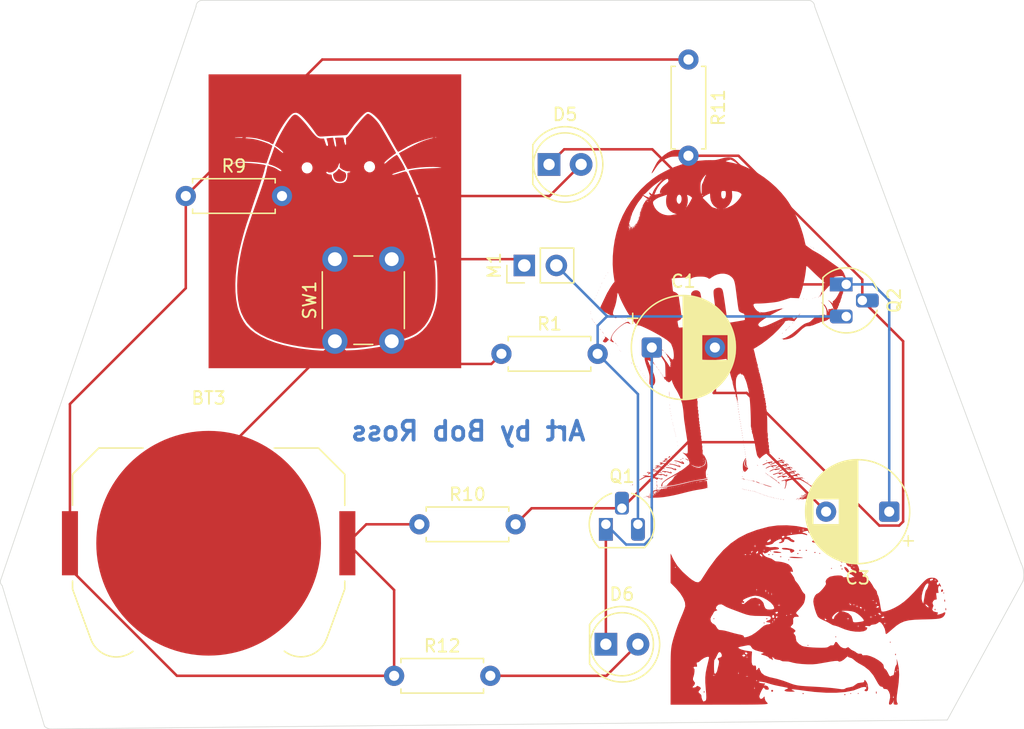
<source format=kicad_pcb>
(kicad_pcb (version 20241229) (generator "pcbnew") (generator_version "9.0")
  (layers (0 "F.Cu" signal) (2 "B.Cu" signal) (13 "F.Paste" user) (15 "B.Paste" user) (5 "F.SilkS" user "F.Silkscreen") (7 "B.SilkS" user "B.Silkscreen") (1 "F.Mask" user) (3 "B.Mask" user) (25 "Edge.Cuts" user))
  (net 0 "")
  (net 1 "Net-(BT3-+)")
  (net 2 "Net-(BT3--)")
  (net 3 "Net-(Q1-B)")
  (net 4 "Net-(D5-K)")
  (net 5 "Net-(Q2-B)")
  (net 6 "Net-(D6-K)")
  (net 7 "Net-(D5-A)")
  (net 8 "Net-(D6-A)")
  (net 9 "Net-(M1--)")
  (net 10 "Net-(M1-+)")
  (footprint "Capacitor_THT:CP_Radial_D8.0mm_P5.00mm" (layer "F.Cu") (at 145.597349 60.5)
    (property "Reference" "C1")
    (property "Value" "C")
  )
  (footprint "LED_THT:LED_D5.0mm" (layer "F.Cu") (at 137.46 46)
    (property "Reference" "D5")
    (property "Value" "LED")
  )
  (footprint "Battery:BatteryHolder_Keystone_3034_1x20mm" (layer "F.Cu") (at 110.5 76)
    (property "Reference" "BT3")
    (property "Value" "Battery_Cell")
  )
  (footprint "Resistor_THT:R_Axial_DIN0207_L6.3mm_D2.5mm_P7.62mm_Horizontal" (layer "F.Cu") (at 133.69 61)
    (property "Reference" "R1")
    (property "Value" "R")
  )
  (footprint "Package_TO_SOT_THT:TO-92L_HandSolder" (layer "F.Cu") (at 161 55.5 -90)
    (property "Reference" "Q2")
    (property "Value" "NPN")
  )
  (footprint "Package_TO_SOT_THT:TO-92L_HandSolder" (layer "F.Cu") (at 141.96 74.5)
    (property "Reference" "Q1")
    (property "Value" "NPN")
  )
  (footprint "Resistor_THT:R_Axial_DIN0207_L6.3mm_D2.5mm_P7.62mm_Horizontal" (layer "F.Cu") (at 125.19 86.5)
    (property "Reference" "R12")
    (property "Value" "R")
  )
  (footprint "LOGO" (layer "F.Cu") (at 120.5 50.5)
    (property "Reference" "G***" (hide yes))
    (property "Value" "LOGO" (hide yes))
  )
  (footprint "Resistor_THT:R_Axial_DIN0207_L6.3mm_D2.5mm_P7.62mm_Horizontal" (layer "F.Cu") (at 148.5 37.69 -90)
    (property "Reference" "R11")
    (property "Value" "R")
  )
  (footprint "LOGO" (layer "F.Cu") (at 158.643369 81)
    (property "Reference" "G***" (hide yes))
    (property "Value" "LOGO" (hide yes))
  )
  (footprint "Resistor_THT:R_Axial_DIN0207_L6.3mm_D2.5mm_P7.62mm_Horizontal" (layer "F.Cu") (at 108.69 48.5)
    (property "Reference" "R9")
    (property "Value" "R")
  )
  (footprint "Resistor_THT:R_Axial_DIN0207_L6.3mm_D2.5mm_P7.62mm_Horizontal" (layer "F.Cu") (at 127.19 74.5)
    (property "Reference" "R10")
    (property "Value" "R")
  )
  (footprint "Connector_PinHeader_2.54mm:PinHeader_1x02_P2.54mm_Vertical" (layer "F.Cu") (at 135.5 54 90)
    (property "Reference" "M1")
    (property "Value" "Motor_DC")
  )
  (footprint "LED_THT:LED_D5.0mm" (layer "F.Cu") (at 141.96 84)
    (property "Reference" "D6")
    (property "Value" "LED")
  )
  (footprint "Capacitor_THT:CP_Radial_D8.0mm_P5.00mm" (layer "F.Cu") (at 164.402651 73.5 180)
    (property "Reference" "C3")
    (property "Value" "C")
  )
  (footprint "LOGO" (layer "F.Cu") (at 153.5 57)
    (property "Reference" "G***" (hide yes))
    (property "Value" "LOGO" (hide yes))
  )
  (footprint "Button_Switch_THT:SW_PUSH_6mm" (layer "F.Cu") (at 120.5 60 90)
    (property "Reference" "SW1")
    (property "Value" "SW_Push")
  )
  (gr_line (start 158 33) (end 110 33) (stroke (width 0.05)) (layer "Edge.Cuts"))
  (gr_arc (start 109.5 33.5) (mid 109.646447 33.146447) (end 110 33) (stroke (width 0.05)) (layer "Edge.Cuts"))
  (gr_arc (start 174.843909 77.578045) (mid 175.049243 78.27505) (end 175 79) (stroke (width 0.05)) (layer "Edge.Cuts"))
  (gr_arc (start 158 33) (mid 158.353553 33.146447) (end 158.5 33.5) (stroke (width 0.05)) (layer "Edge.Cuts"))
  (gr_line (start 169 90) (end 175 79) (stroke (width 0.05)) (layer "Edge.Cuts"))
  (gr_line (start 109.5 33.5) (end 94 79) (stroke (width 0.05)) (layer "Edge.Cuts"))
  (gr_line (start 174.843908 77.578045) (end 158.5 33.5) (stroke (width 0.05)) (layer "Edge.Cuts"))
  (gr_line (start 98 90.707107) (end 169 90) (stroke (width 0.05)) (layer "Edge.Cuts"))
  (gr_arc (start 94.146447 79.353553) (mid 94.038061 79.191342) (end 94 79) (stroke (width 0.05)) (layer "Edge.Cuts"))
  (gr_arc (start 98 90.707107) (mid 97.729402 90.653282) (end 97.5 90.5) (stroke (width 0.05)) (layer "Edge.Cuts"))
  (gr_line (start 94.146447 79.353552) (end 97.5 90.5) (stroke (width 0.05)) (layer "Edge.Cuts"))
  (gr_text "Art by Bob Ross" (at 140.5 68 0) (layer "B.Cu") (effects (font (size 1.5 1.5) (thickness 0.3) (bold yes)) (justify left bottom mirror)))
  (segment (start 107.987821 86.5) (end 125.19 86.5) (width 0.2) (layer "F.Cu") (net 1))
  (segment (start 108.69 55.798789) (end 108.69 48.5) (width 0.2) (layer "F.Cu") (net 1))
  (segment (start 122.985 74.5) (end 121.485 76) (width 0.2) (layer "F.Cu") (net 1))
  (segment (start 127.19 74.5) (end 122.985 74.5) (width 0.2) (layer "F.Cu") (net 1))
  (segment (start 125.19 86.5) (end 125.19 79.705) (width 0.2) (layer "F.Cu") (net 1))
  (segment (start 119.5 37.69) (end 148.5 37.69) (width 0.2) (layer "F.Cu") (net 1))
  (segment (start 108.69 48.5) (end 119.5 37.69) (width 0.2) (layer "F.Cu") (net 1))
  (segment (start 99.515 76) (end 99.515 64.973789) (width 0.2) (layer "F.Cu") (net 1))
  (segment (start 99.515 76) (end 99.515 78.027179) (width 0.2) (layer "F.Cu") (net 1))
  (segment (start 125.19 79.705) (end 121.485 76) (width 0.2) (layer "F.Cu") (net 1))
  (segment (start 99.515 64.973789) (end 108.69 55.798789) (width 0.2) (layer "F.Cu") (net 1))
  (segment (start 99.515 78.027179) (end 107.987821 86.5) (width 0.2) (layer "F.Cu") (net 1))
  (segment (start 120.5 60) (end 120.5 53.5) (width 0.2) (layer "F.Cu") (net 2))
  (segment (start 132.890001 61.799999) (end 122.299999 61.799999) (width 0.2) (layer "F.Cu") (net 2))
  (segment (start 133.69 61) (end 132.890001 61.799999) (width 0.2) (layer "F.Cu") (net 2))
  (segment (start 110.5 76) (end 110.5 70) (width 0.2) (layer "F.Cu") (net 2))
  (segment (start 122.299999 61.799999) (end 120.5 60) (width 0.2) (layer "F.Cu") (net 2))
  (segment (start 110.5 70) (end 120.5 60) (width 0.2) (layer "F.Cu") (net 2))
  (segment (start 159.402651 73.5) (end 153.899 67.996349) (width 0.2) (layer "F.Cu") (net 3))
  (segment (start 148.463651 67.996349) (end 143.23 73.23) (width 0.2) (layer "F.Cu") (net 3))
  (segment (start 136.08 73.23) (end 143.23 73.23) (width 0.2) (layer "F.Cu") (net 3))
  (segment (start 153.899 67.996349) (end 148.463651 67.996349) (width 0.2) (layer "F.Cu") (net 3))
  (segment (start 134.81 74.5) (end 136.08 73.23) (width 0.2) (layer "F.Cu") (net 3))
  (segment (start 137.46 46) (end 138.661 44.799) (width 0.2) (layer "F.Cu") (net 4))
  (segment (start 138.661 44.799) (end 145.636794 44.799) (width 0.2) (layer "F.Cu") (net 4))
  (segment (start 156.337794 55.5) (end 161 55.5) (width 0.2) (layer "F.Cu") (net 4))
  (segment (start 145.636794 44.799) (end 156.337794 55.5) (width 0.2) (layer "F.Cu") (net 4))
  (segment (start 163.122206 55.5) (end 161 55.5) (width 0.2) (layer "B.Cu") (net 4))
  (segment (start 164.402651 73.5) (end 164.402651 56.780445) (width 0.2) (layer "B.Cu") (net 4))
  (segment (start 164.402651 56.780445) (end 163.122206 55.5) (width 0.2) (layer "B.Cu") (net 4))
  (segment (start 163.617491 74.601) (end 165.187811 74.601) (width 0.2) (layer "F.Cu") (net 5))
  (segment (start 165.503651 74.28516) (end 165.503651 60.003651) (width 0.2) (layer "F.Cu") (net 5))
  (segment (start 148.5 45.31) (end 152.462 45.31) (width 0.2) (layer "F.Cu") (net 5))
  (segment (start 150.5 64.097349) (end 153.11384 64.097349) (width 0.2) (layer "F.Cu") (net 5))
  (segment (start 153.11384 64.097349) (end 163.617491 74.601) (width 0.2) (layer "F.Cu") (net 5))
  (segment (start 165.503651 60.003651) (end 162.27 56.77) (width 0.2) (layer "F.Cu") (net 5))
  (segment (start 165.187811 74.601) (end 165.503651 74.28516) (width 0.2) (layer "F.Cu") (net 5))
  (segment (start 150.597349 60.5) (end 150.597349 64) (width 0.2) (layer "F.Cu") (net 5))
  (segment (start 162.27 55.118) (end 162.27 56.77) (width 0.2) (layer "F.Cu") (net 5))
  (segment (start 152.462 45.31) (end 162.27 55.118) (width 0.2) (layer "F.Cu") (net 5))
  (segment (start 150.597349 64) (end 150.5 64.097349) (width 0.2) (layer "F.Cu") (net 5))
  (segment (start 141.96 84) (end 141.96 74.5) (width 0.2) (layer "F.Cu") (net 6))
  (segment (start 145.021206 76.101) (end 143.561 76.101) (width 0.2) (layer "B.Cu") (net 6))
  (segment (start 145.597349 60.5) (end 145.597349 75.524857) (width 0.2) (layer "B.Cu") (net 6))
  (segment (start 145.597349 75.524857) (end 145.021206 76.101) (width 0.2) (layer "B.Cu") (net 6))
  (segment (start 143.561 76.101) (end 141.96 74.5) (width 0.2) (layer "B.Cu") (net 6))
  (segment (start 137.5 48.5) (end 140 46) (width 0.2) (layer "F.Cu") (net 7))
  (segment (start 116.31 48.5) (end 137.5 48.5) (width 0.2) (layer "F.Cu") (net 7))
  (segment (start 142 86.5) (end 144.5 84) (width 0.2) (layer "F.Cu") (net 8))
  (segment (start 132.81 86.5) (end 142 86.5) (width 0.2) (layer "F.Cu") (net 8))
  (segment (start 138.04 54) (end 142.04 58) (width 0.2) (layer "B.Cu") (net 9))
  (segment (start 161 58.04) (end 142.04 58.04) (width 0.2) (layer "B.Cu") (net 9))
  (segment (start 141.31 61) (end 144.5 64.19) (width 0.2) (layer "B.Cu") (net 9))
  (segment (start 141.31 61) (end 141.31 58.77) (width 0.2) (layer "B.Cu") (net 9))
  (segment (start 142.04 58) (end 142.04 58.04) (width 0.2) (layer "B.Cu") (net 9))
  (segment (start 144.5 64.19) (end 144.5 74.5) (width 0.2) (layer "B.Cu") (net 9))
  (segment (start 141.31 58.77) (end 142.04 58.04) (width 0.2) (layer "B.Cu") (net 9))
  (segment (start 135 53.5) (end 135.5 54) (width 0.2) (layer "F.Cu") (net 10))
  (segment (start 125 60) (end 125 53.5) (width 0.2) (layer "F.Cu") (net 10))
  (segment (start 125 53.5) (end 135 53.5) (width 0.2) (layer "F.Cu") (net 10))
)
</source>
